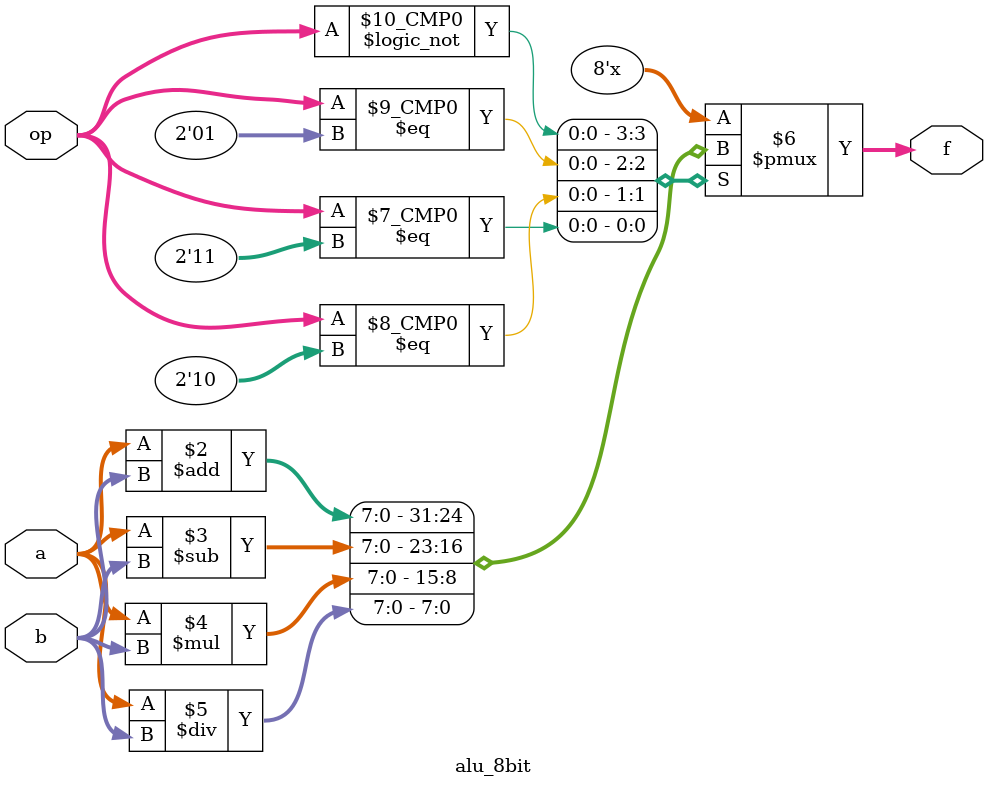
<source format=v>
`timescale 1ns / 1ps


module alu_8bit(f,a,b,op);
input [1:0] op; input [7:0] a,b; output reg [7:0] f;

parameter ADD=2'b00, SUB=2'b01, MUL=2'b10, DIV=2'b11;
always@(*)
    case(op)
        ADD: f=a+b;
        SUB: f=a-b;
        MUL: f=a*b;
        DIV: f=a/b;
    endcase
endmodule

</source>
